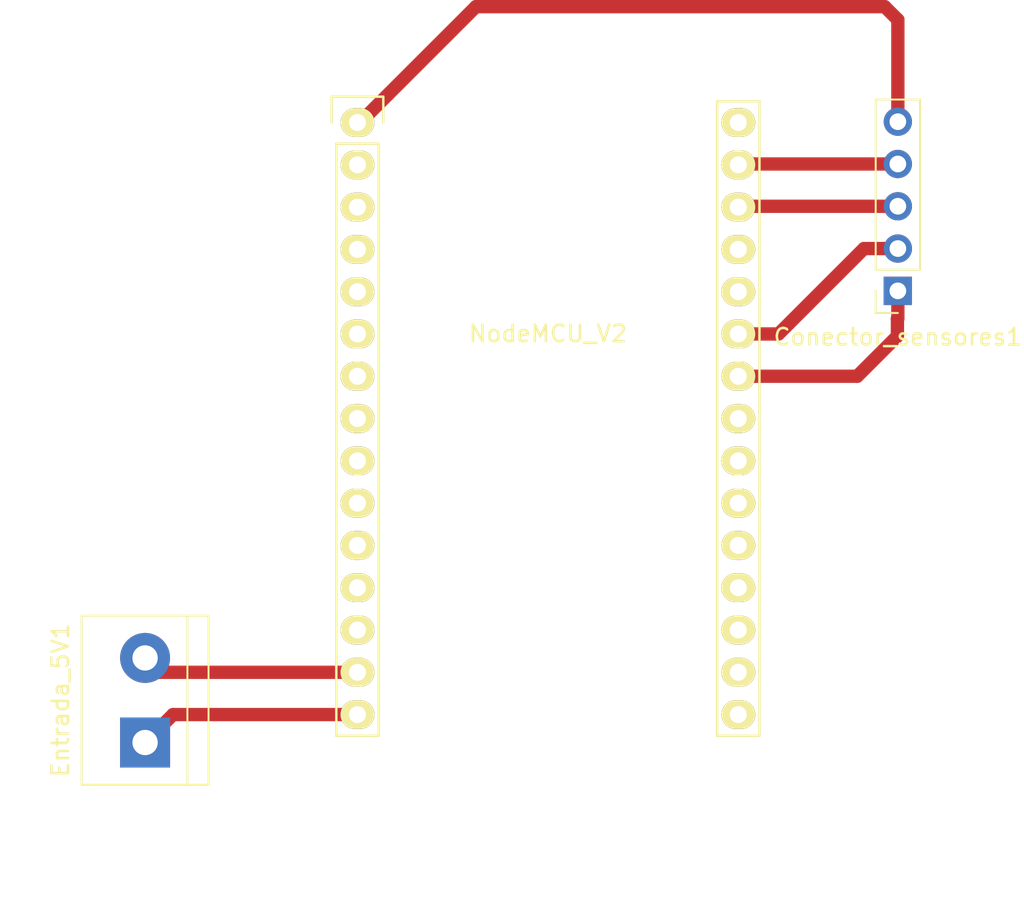
<source format=kicad_pcb>
(kicad_pcb (version 20171130) (host pcbnew "(5.1.2)-1")

  (general
    (thickness 1.6)
    (drawings 10)
    (tracks 21)
    (zones 0)
    (modules 3)
    (nets 30)
  )

  (page A4)
  (layers
    (0 F.Cu signal)
    (31 B.Cu signal)
    (32 B.Adhes user)
    (33 F.Adhes user)
    (34 B.Paste user)
    (35 F.Paste user)
    (36 B.SilkS user)
    (37 F.SilkS user)
    (38 B.Mask user)
    (39 F.Mask user)
    (40 Dwgs.User user)
    (41 Cmts.User user)
    (42 Eco1.User user)
    (43 Eco2.User user)
    (44 Edge.Cuts user)
    (45 Margin user)
    (46 B.CrtYd user)
    (47 F.CrtYd user)
    (48 B.Fab user)
    (49 F.Fab user)
  )

  (setup
    (last_trace_width 0.8)
    (user_trace_width 0.8)
    (trace_clearance 0.2)
    (zone_clearance 0.508)
    (zone_45_only no)
    (trace_min 0.2)
    (via_size 0.8)
    (via_drill 0.4)
    (via_min_size 0.4)
    (via_min_drill 0.3)
    (user_via 2 1)
    (uvia_size 0.3)
    (uvia_drill 0.1)
    (uvias_allowed no)
    (uvia_min_size 0.2)
    (uvia_min_drill 0.1)
    (edge_width 0.05)
    (segment_width 0.2)
    (pcb_text_width 0.3)
    (pcb_text_size 1.5 1.5)
    (mod_edge_width 0.12)
    (mod_text_size 1 1)
    (mod_text_width 0.15)
    (pad_size 1.524 1.524)
    (pad_drill 0.762)
    (pad_to_mask_clearance 0.051)
    (solder_mask_min_width 0.25)
    (aux_axis_origin 0 0)
    (visible_elements FFFFFF7F)
    (pcbplotparams
      (layerselection 0x010fc_ffffffff)
      (usegerberextensions false)
      (usegerberattributes false)
      (usegerberadvancedattributes false)
      (creategerberjobfile false)
      (excludeedgelayer true)
      (linewidth 0.100000)
      (plotframeref false)
      (viasonmask false)
      (mode 1)
      (useauxorigin false)
      (hpglpennumber 1)
      (hpglpenspeed 20)
      (hpglpendiameter 15.000000)
      (psnegative false)
      (psa4output false)
      (plotreference true)
      (plotvalue true)
      (plotinvisibletext false)
      (padsonsilk false)
      (subtractmaskfromsilk false)
      (outputformat 1)
      (mirror false)
      (drillshape 1)
      (scaleselection 1)
      (outputdirectory ""))
  )

  (net 0 "")
  (net 1 /3V3)
  (net 2 /GND)
  (net 3 /PIR)
  (net 4 /DHT11)
  (net 5 /LDR)
  (net 6 /5V)
  (net 7 "Net-(NodeMCU_V2-Pad2)")
  (net 8 "Net-(NodeMCU_V2-Pad3)")
  (net 9 "Net-(NodeMCU_V2-Pad4)")
  (net 10 "Net-(NodeMCU_V2-Pad5)")
  (net 11 "Net-(NodeMCU_V2-Pad6)")
  (net 12 "Net-(NodeMCU_V2-Pad7)")
  (net 13 "Net-(NodeMCU_V2-Pad8)")
  (net 14 "Net-(NodeMCU_V2-Pad9)")
  (net 15 "Net-(NodeMCU_V2-Pad12)")
  (net 16 "Net-(NodeMCU_V2-Pad13)")
  (net 17 "Net-(NodeMCU_V2-Pad30)")
  (net 18 "Net-(NodeMCU_V2-Pad18)")
  (net 19 "Net-(NodeMCU_V2-Pad19)")
  (net 20 "Net-(NodeMCU_V2-Pad26)")
  (net 21 "Net-(NodeMCU_V2-Pad22)")
  (net 22 "Net-(NodeMCU_V2-Pad23)")
  (net 23 "Net-(NodeMCU_V2-Pad21)")
  (net 24 "Net-(NodeMCU_V2-Pad20)")
  (net 25 "Net-(NodeMCU_V2-Pad27)")
  (net 26 "Net-(NodeMCU_V2-Pad10)")
  (net 27 "Net-(NodeMCU_V2-Pad11)")
  (net 28 "Net-(NodeMCU_V2-Pad17)")
  (net 29 "Net-(NodeMCU_V2-Pad16)")

  (net_class Default "Esta es la clase de red por defecto."
    (clearance 0.2)
    (trace_width 0.25)
    (via_dia 0.8)
    (via_drill 0.4)
    (uvia_dia 0.3)
    (uvia_drill 0.1)
    (add_net /3V3)
    (add_net /5V)
    (add_net /DHT11)
    (add_net /GND)
    (add_net /LDR)
    (add_net /PIR)
    (add_net "Net-(NodeMCU_V2-Pad10)")
    (add_net "Net-(NodeMCU_V2-Pad11)")
    (add_net "Net-(NodeMCU_V2-Pad12)")
    (add_net "Net-(NodeMCU_V2-Pad13)")
    (add_net "Net-(NodeMCU_V2-Pad16)")
    (add_net "Net-(NodeMCU_V2-Pad17)")
    (add_net "Net-(NodeMCU_V2-Pad18)")
    (add_net "Net-(NodeMCU_V2-Pad19)")
    (add_net "Net-(NodeMCU_V2-Pad2)")
    (add_net "Net-(NodeMCU_V2-Pad20)")
    (add_net "Net-(NodeMCU_V2-Pad21)")
    (add_net "Net-(NodeMCU_V2-Pad22)")
    (add_net "Net-(NodeMCU_V2-Pad23)")
    (add_net "Net-(NodeMCU_V2-Pad26)")
    (add_net "Net-(NodeMCU_V2-Pad27)")
    (add_net "Net-(NodeMCU_V2-Pad3)")
    (add_net "Net-(NodeMCU_V2-Pad30)")
    (add_net "Net-(NodeMCU_V2-Pad4)")
    (add_net "Net-(NodeMCU_V2-Pad5)")
    (add_net "Net-(NodeMCU_V2-Pad6)")
    (add_net "Net-(NodeMCU_V2-Pad7)")
    (add_net "Net-(NodeMCU_V2-Pad8)")
    (add_net "Net-(NodeMCU_V2-Pad9)")
  )

  (module Connector_PinSocket_2.54mm:PinSocket_1x05_P2.54mm_Vertical (layer F.Cu) (tedit 5A19A420) (tstamp 5CD1FC92)
    (at 132.7404 59.7916 180)
    (descr "Through hole straight socket strip, 1x05, 2.54mm pitch, single row (from Kicad 4.0.7), script generated")
    (tags "Through hole socket strip THT 1x05 2.54mm single row")
    (path /5CD083E8)
    (fp_text reference Conector_sensores1 (at 0 -2.77) (layer F.SilkS)
      (effects (font (size 1 1) (thickness 0.15)))
    )
    (fp_text value Conector_sensores (at 0 12.93) (layer F.Fab)
      (effects (font (size 1 1) (thickness 0.15)))
    )
    (fp_line (start -1.27 -1.27) (end 0.635 -1.27) (layer F.Fab) (width 0.1))
    (fp_line (start 0.635 -1.27) (end 1.27 -0.635) (layer F.Fab) (width 0.1))
    (fp_line (start 1.27 -0.635) (end 1.27 11.43) (layer F.Fab) (width 0.1))
    (fp_line (start 1.27 11.43) (end -1.27 11.43) (layer F.Fab) (width 0.1))
    (fp_line (start -1.27 11.43) (end -1.27 -1.27) (layer F.Fab) (width 0.1))
    (fp_line (start -1.33 1.27) (end 1.33 1.27) (layer F.SilkS) (width 0.12))
    (fp_line (start -1.33 1.27) (end -1.33 11.49) (layer F.SilkS) (width 0.12))
    (fp_line (start -1.33 11.49) (end 1.33 11.49) (layer F.SilkS) (width 0.12))
    (fp_line (start 1.33 1.27) (end 1.33 11.49) (layer F.SilkS) (width 0.12))
    (fp_line (start 1.33 -1.33) (end 1.33 0) (layer F.SilkS) (width 0.12))
    (fp_line (start 0 -1.33) (end 1.33 -1.33) (layer F.SilkS) (width 0.12))
    (fp_line (start -1.8 -1.8) (end 1.75 -1.8) (layer F.CrtYd) (width 0.05))
    (fp_line (start 1.75 -1.8) (end 1.75 11.9) (layer F.CrtYd) (width 0.05))
    (fp_line (start 1.75 11.9) (end -1.8 11.9) (layer F.CrtYd) (width 0.05))
    (fp_line (start -1.8 11.9) (end -1.8 -1.8) (layer F.CrtYd) (width 0.05))
    (fp_text user %R (at 0 5.08 90) (layer F.Fab)
      (effects (font (size 1 1) (thickness 0.15)))
    )
    (pad 1 thru_hole rect (at 0 0 180) (size 1.7 1.7) (drill 1) (layers *.Cu *.Mask)
      (net 2 /GND))
    (pad 2 thru_hole oval (at 0 2.54 180) (size 1.7 1.7) (drill 1) (layers *.Cu *.Mask)
      (net 1 /3V3))
    (pad 3 thru_hole oval (at 0 5.08 180) (size 1.7 1.7) (drill 1) (layers *.Cu *.Mask)
      (net 3 /PIR))
    (pad 4 thru_hole oval (at 0 7.62 180) (size 1.7 1.7) (drill 1) (layers *.Cu *.Mask)
      (net 4 /DHT11))
    (pad 5 thru_hole oval (at 0 10.16 180) (size 1.7 1.7) (drill 1) (layers *.Cu *.Mask)
      (net 5 /LDR))
    (model ${KISYS3DMOD}/Connector_PinSocket_2.54mm.3dshapes/PinSocket_1x05_P2.54mm_Vertical.wrl
      (at (xyz 0 0 0))
      (scale (xyz 1 1 1))
      (rotate (xyz 0 0 0))
    )
  )

  (module TerminalBlock:TerminalBlock_bornier-2_P5.08mm (layer F.Cu) (tedit 59FF03AB) (tstamp 5CD1FCA7)
    (at 87.5538 86.9188 90)
    (descr "simple 2-pin terminal block, pitch 5.08mm, revamped version of bornier2")
    (tags "terminal block bornier2")
    (path /5CD08548)
    (fp_text reference Entrada_5V1 (at 2.54 -5.08 90) (layer F.SilkS)
      (effects (font (size 1 1) (thickness 0.15)))
    )
    (fp_text value Entrada_5V (at 2.54 5.08 90) (layer F.Fab)
      (effects (font (size 1 1) (thickness 0.15)))
    )
    (fp_text user %R (at 2.54 0 90) (layer F.Fab)
      (effects (font (size 1 1) (thickness 0.15)))
    )
    (fp_line (start -2.41 2.55) (end 7.49 2.55) (layer F.Fab) (width 0.1))
    (fp_line (start -2.46 -3.75) (end -2.46 3.75) (layer F.Fab) (width 0.1))
    (fp_line (start -2.46 3.75) (end 7.54 3.75) (layer F.Fab) (width 0.1))
    (fp_line (start 7.54 3.75) (end 7.54 -3.75) (layer F.Fab) (width 0.1))
    (fp_line (start 7.54 -3.75) (end -2.46 -3.75) (layer F.Fab) (width 0.1))
    (fp_line (start 7.62 2.54) (end -2.54 2.54) (layer F.SilkS) (width 0.12))
    (fp_line (start 7.62 3.81) (end 7.62 -3.81) (layer F.SilkS) (width 0.12))
    (fp_line (start 7.62 -3.81) (end -2.54 -3.81) (layer F.SilkS) (width 0.12))
    (fp_line (start -2.54 -3.81) (end -2.54 3.81) (layer F.SilkS) (width 0.12))
    (fp_line (start -2.54 3.81) (end 7.62 3.81) (layer F.SilkS) (width 0.12))
    (fp_line (start -2.71 -4) (end 7.79 -4) (layer F.CrtYd) (width 0.05))
    (fp_line (start -2.71 -4) (end -2.71 4) (layer F.CrtYd) (width 0.05))
    (fp_line (start 7.79 4) (end 7.79 -4) (layer F.CrtYd) (width 0.05))
    (fp_line (start 7.79 4) (end -2.71 4) (layer F.CrtYd) (width 0.05))
    (pad 1 thru_hole rect (at 0 0 90) (size 3 3) (drill 1.52) (layers *.Cu *.Mask)
      (net 6 /5V))
    (pad 2 thru_hole circle (at 5.08 0 90) (size 3 3) (drill 1.52) (layers *.Cu *.Mask)
      (net 2 /GND))
    (model ${KISYS3DMOD}/TerminalBlock.3dshapes/TerminalBlock_bornier-2_P5.08mm.wrl
      (offset (xyz 2.539999961853027 0 0))
      (scale (xyz 1 1 1))
      (rotate (xyz 0 0 0))
    )
  )

  (module nodemcu:NodeMCU_Amica_R2 (layer F.Cu) (tedit 5A22F9CB) (tstamp 5CD1FCDF)
    (at 100.303401 49.681201)
    (descr "Through-hole-mounted NodeMCU 0.9")
    (tags nodemcu)
    (path /5CD081FB)
    (fp_text reference NodeMCU_V2 (at 11.43 12.68) (layer F.SilkS)
      (effects (font (size 1 1) (thickness 0.15)))
    )
    (fp_text value NodeMCU_Amica_R2 (at 11.43 45.085) (layer F.Fab)
      (effects (font (size 2 2) (thickness 0.15)))
    )
    (fp_line (start 15.24 37.465) (end 15.24 42.545) (layer F.CrtYd) (width 0.15))
    (fp_line (start 7.62 37.465) (end 15.24 37.465) (layer F.CrtYd) (width 0.15))
    (fp_line (start 7.62 42.545) (end 7.62 37.465) (layer F.CrtYd) (width 0.15))
    (fp_line (start -1.905 42.545) (end -1.905 -6.35) (layer F.CrtYd) (width 0.15))
    (fp_line (start 24.765 42.545) (end -1.905 42.545) (layer F.CrtYd) (width 0.15))
    (fp_line (start 24.765 -6.35) (end 24.765 42.545) (layer F.CrtYd) (width 0.15))
    (fp_line (start -1.905 -6.35) (end 24.765 -6.35) (layer F.CrtYd) (width 0.15))
    (fp_line (start -1.27 1.27) (end -1.27 36.83) (layer F.SilkS) (width 0.15))
    (fp_line (start -1.27 36.83) (end 1.27 36.83) (layer F.SilkS) (width 0.15))
    (fp_line (start 1.27 36.83) (end 1.27 1.27) (layer F.SilkS) (width 0.15))
    (fp_line (start 1.55 -1.55) (end 1.55 0) (layer F.SilkS) (width 0.15))
    (fp_line (start 1.27 1.27) (end -1.27 1.27) (layer F.SilkS) (width 0.15))
    (fp_line (start -1.55 0) (end -1.55 -1.55) (layer F.SilkS) (width 0.15))
    (fp_line (start -1.55 -1.55) (end 1.55 -1.55) (layer F.SilkS) (width 0.15))
    (fp_line (start 21.59 36.83) (end 24.13 36.83) (layer F.SilkS) (width 0.15))
    (fp_line (start 21.59 -1.27) (end 21.59 36.83) (layer F.SilkS) (width 0.15))
    (fp_line (start 24.13 -1.27) (end 21.59 -1.27) (layer F.SilkS) (width 0.15))
    (fp_line (start 24.13 36.83) (end 24.13 -1.27) (layer F.SilkS) (width 0.15))
    (pad 1 thru_hole oval (at 0 0) (size 2.032 1.7272) (drill 1.016) (layers *.Cu *.Mask F.SilkS)
      (net 5 /LDR))
    (pad 2 thru_hole oval (at 0 2.54) (size 2.032 1.7272) (drill 1.016) (layers *.Cu *.Mask F.SilkS)
      (net 7 "Net-(NodeMCU_V2-Pad2)"))
    (pad 3 thru_hole oval (at 0 5.08) (size 2.032 1.7272) (drill 1.016) (layers *.Cu *.Mask F.SilkS)
      (net 8 "Net-(NodeMCU_V2-Pad3)"))
    (pad 4 thru_hole oval (at 0 7.62) (size 2.032 1.7272) (drill 1.016) (layers *.Cu *.Mask F.SilkS)
      (net 9 "Net-(NodeMCU_V2-Pad4)"))
    (pad 5 thru_hole oval (at 0 10.16) (size 2.032 1.7272) (drill 1.016) (layers *.Cu *.Mask F.SilkS)
      (net 10 "Net-(NodeMCU_V2-Pad5)"))
    (pad 6 thru_hole oval (at 0 12.7) (size 2.032 1.7272) (drill 1.016) (layers *.Cu *.Mask F.SilkS)
      (net 11 "Net-(NodeMCU_V2-Pad6)"))
    (pad 7 thru_hole oval (at 0 15.24) (size 2.032 1.7272) (drill 1.016) (layers *.Cu *.Mask F.SilkS)
      (net 12 "Net-(NodeMCU_V2-Pad7)"))
    (pad 8 thru_hole oval (at 0 17.78) (size 2.032 1.7272) (drill 1.016) (layers *.Cu *.Mask F.SilkS)
      (net 13 "Net-(NodeMCU_V2-Pad8)"))
    (pad 9 thru_hole oval (at 0 20.32) (size 2.032 1.7272) (drill 1.016) (layers *.Cu *.Mask F.SilkS)
      (net 14 "Net-(NodeMCU_V2-Pad9)"))
    (pad 10 thru_hole oval (at 0 22.86) (size 2.032 1.7272) (drill 1.016) (layers *.Cu *.Mask F.SilkS)
      (net 26 "Net-(NodeMCU_V2-Pad10)"))
    (pad 11 thru_hole oval (at 0 25.4) (size 2.032 1.7272) (drill 1.016) (layers *.Cu *.Mask F.SilkS)
      (net 27 "Net-(NodeMCU_V2-Pad11)"))
    (pad 12 thru_hole oval (at 0 27.94) (size 2.032 1.7272) (drill 1.016) (layers *.Cu *.Mask F.SilkS)
      (net 15 "Net-(NodeMCU_V2-Pad12)"))
    (pad 13 thru_hole oval (at 0 30.48) (size 2.032 1.7272) (drill 1.016) (layers *.Cu *.Mask F.SilkS)
      (net 16 "Net-(NodeMCU_V2-Pad13)"))
    (pad 14 thru_hole oval (at 0 33.02) (size 2.032 1.7272) (drill 1.016) (layers *.Cu *.Mask F.SilkS)
      (net 2 /GND))
    (pad 15 thru_hole oval (at 0 35.56) (size 2.032 1.7272) (drill 1.016) (layers *.Cu *.Mask F.SilkS)
      (net 6 /5V))
    (pad 30 thru_hole oval (at 22.86 0) (size 2.032 1.7272) (drill 1.016) (layers *.Cu *.Mask F.SilkS)
      (net 17 "Net-(NodeMCU_V2-Pad30)"))
    (pad 18 thru_hole oval (at 22.86 30.48) (size 2.032 1.7272) (drill 1.016) (layers *.Cu *.Mask F.SilkS)
      (net 18 "Net-(NodeMCU_V2-Pad18)"))
    (pad 17 thru_hole oval (at 22.86 33.02) (size 2.032 1.7272) (drill 1.016) (layers *.Cu *.Mask F.SilkS)
      (net 28 "Net-(NodeMCU_V2-Pad17)"))
    (pad 19 thru_hole oval (at 22.86 27.94) (size 2.032 1.7272) (drill 1.016) (layers *.Cu *.Mask F.SilkS)
      (net 19 "Net-(NodeMCU_V2-Pad19)"))
    (pad 25 thru_hole oval (at 22.86 12.7) (size 2.032 1.7272) (drill 1.016) (layers *.Cu *.Mask F.SilkS)
      (net 1 /3V3))
    (pad 26 thru_hole oval (at 22.86 10.16) (size 2.032 1.7272) (drill 1.016) (layers *.Cu *.Mask F.SilkS)
      (net 20 "Net-(NodeMCU_V2-Pad26)"))
    (pad 24 thru_hole oval (at 22.86 15.24) (size 2.032 1.7272) (drill 1.016) (layers *.Cu *.Mask F.SilkS)
      (net 2 /GND))
    (pad 16 thru_hole oval (at 22.86 35.56) (size 2.032 1.7272) (drill 1.016) (layers *.Cu *.Mask F.SilkS)
      (net 29 "Net-(NodeMCU_V2-Pad16)"))
    (pad 22 thru_hole oval (at 22.86 20.32) (size 2.032 1.7272) (drill 1.016) (layers *.Cu *.Mask F.SilkS)
      (net 21 "Net-(NodeMCU_V2-Pad22)"))
    (pad 23 thru_hole oval (at 22.86 17.78) (size 2.032 1.7272) (drill 1.016) (layers *.Cu *.Mask F.SilkS)
      (net 22 "Net-(NodeMCU_V2-Pad23)"))
    (pad 21 thru_hole oval (at 22.86 22.86) (size 2.032 1.7272) (drill 1.016) (layers *.Cu *.Mask F.SilkS)
      (net 23 "Net-(NodeMCU_V2-Pad21)"))
    (pad 20 thru_hole oval (at 22.86 25.4) (size 2.032 1.7272) (drill 1.016) (layers *.Cu *.Mask F.SilkS)
      (net 24 "Net-(NodeMCU_V2-Pad20)"))
    (pad 28 thru_hole oval (at 22.86 5.08) (size 2.032 1.7272) (drill 1.016) (layers *.Cu *.Mask F.SilkS)
      (net 3 /PIR))
    (pad 27 thru_hole oval (at 22.86 7.62) (size 2.032 1.7272) (drill 1.016) (layers *.Cu *.Mask F.SilkS)
      (net 25 "Net-(NodeMCU_V2-Pad27)"))
    (pad 29 thru_hole oval (at 22.86 2.54) (size 2.032 1.7272) (drill 1.016) (layers *.Cu *.Mask F.SilkS)
      (net 4 /DHT11))
    (pad "" np_thru_hole circle (at 0.8 39.38) (size 3.2 3.2) (drill 3.2) (layers *.Cu *.Mask))
    (pad "" np_thru_hole circle (at 22 39.38) (size 3.2 3.2) (drill 3.2) (layers *.Cu *.Mask))
    (pad "" np_thru_hole circle (at 22 -4.25) (size 3.2 3.2) (drill 3.2) (layers *.Cu *.Mask))
    (pad "" np_thru_hole circle (at 0.75 -4.25) (size 3.2 3.2) (drill 3.2) (layers *.Cu *.Mask))
  )

  (gr_text "NodeMCU Amica V2" (at 111.7854 95.4532) (layer F.CrtYd) (tstamp 5CD20258)
    (effects (font (size 1.5 1.5) (thickness 0.3)))
  )
  (gr_text "Conector sensores" (at 128.7018 55.3212 90) (layer F.CrtYd) (tstamp 5CD2024D)
    (effects (font (size 1.5 1.5) (thickness 0.3)))
  )
  (gr_text "Entrada 5V" (at 87.9348 91.9988) (layer F.CrtYd) (tstamp 5CD20248)
    (effects (font (size 1.5 1.5) (thickness 0.3)))
  )
  (gr_text GND (at 80.5688 81.8896) (layer F.CrtYd) (tstamp 5CD2023C)
    (effects (font (size 1 1) (thickness 0.2)))
  )
  (gr_text 5V (at 80.6704 87.1728) (layer F.CrtYd) (tstamp 5CD20239)
    (effects (font (size 1 1) (thickness 0.2)))
  )
  (gr_text 3V3 (at 136.7282 59.8678) (layer F.CrtYd) (tstamp 5CD20225)
    (effects (font (size 1 1) (thickness 0.2)))
  )
  (gr_text GND (at 136.7282 57.3278) (layer F.CrtYd) (tstamp 5CD20223)
    (effects (font (size 1 1) (thickness 0.2)))
  )
  (gr_text PIR (at 136.6774 54.7624) (layer F.CrtYd) (tstamp 5CD20221)
    (effects (font (size 1 1) (thickness 0.2)))
  )
  (gr_text DHT11 (at 136.8044 52.2224) (layer F.CrtYd) (tstamp 5CD2021F)
    (effects (font (size 1 1) (thickness 0.2)))
  )
  (gr_text LDR (at 136.6012 49.7078) (layer F.CrtYd)
    (effects (font (size 1 1) (thickness 0.2)))
  )

  (segment (start 132.7404 57.2516) (end 130.7084 57.2516) (width 0.8) (layer F.Cu) (net 1))
  (segment (start 125.578799 62.381201) (end 123.163401 62.381201) (width 0.8) (layer F.Cu) (net 1))
  (segment (start 130.7084 57.2516) (end 125.578799 62.381201) (width 0.8) (layer F.Cu) (net 1))
  (segment (start 132.7404 61.4416) (end 132.715 61.467) (width 0.8) (layer F.Cu) (net 2))
  (segment (start 132.7404 59.7916) (end 132.7404 61.4416) (width 0.8) (layer F.Cu) (net 2))
  (segment (start 132.715 61.467) (end 132.715 62.5094) (width 0.8) (layer F.Cu) (net 2))
  (segment (start 130.303199 64.921201) (end 123.163401 64.921201) (width 0.8) (layer F.Cu) (net 2))
  (segment (start 132.715 62.5094) (end 130.303199 64.921201) (width 0.8) (layer F.Cu) (net 2))
  (segment (start 88.416201 82.701201) (end 87.5538 81.8388) (width 0.8) (layer F.Cu) (net 2))
  (segment (start 100.303401 82.701201) (end 88.416201 82.701201) (width 0.8) (layer F.Cu) (net 2))
  (segment (start 123.213002 54.7116) (end 123.163401 54.761201) (width 0.8) (layer F.Cu) (net 3))
  (segment (start 132.7404 54.7116) (end 123.213002 54.7116) (width 0.8) (layer F.Cu) (net 3))
  (segment (start 123.213002 52.1716) (end 123.163401 52.221201) (width 0.8) (layer F.Cu) (net 4))
  (segment (start 132.7404 52.1716) (end 123.213002 52.1716) (width 0.8) (layer F.Cu) (net 4))
  (segment (start 132.7404 49.6316) (end 132.7404 43.5102) (width 0.8) (layer F.Cu) (net 5))
  (segment (start 132.7404 43.5102) (end 131.953 42.7228) (width 0.8) (layer F.Cu) (net 5))
  (segment (start 100.455801 49.681201) (end 100.303401 49.681201) (width 0.8) (layer F.Cu) (net 5))
  (segment (start 107.414202 42.7228) (end 100.455801 49.681201) (width 0.8) (layer F.Cu) (net 5))
  (segment (start 131.953 42.7228) (end 107.414202 42.7228) (width 0.8) (layer F.Cu) (net 5))
  (segment (start 89.231399 85.241201) (end 87.5538 86.9188) (width 0.8) (layer F.Cu) (net 6))
  (segment (start 100.303401 85.241201) (end 89.231399 85.241201) (width 0.8) (layer F.Cu) (net 6))

)

</source>
